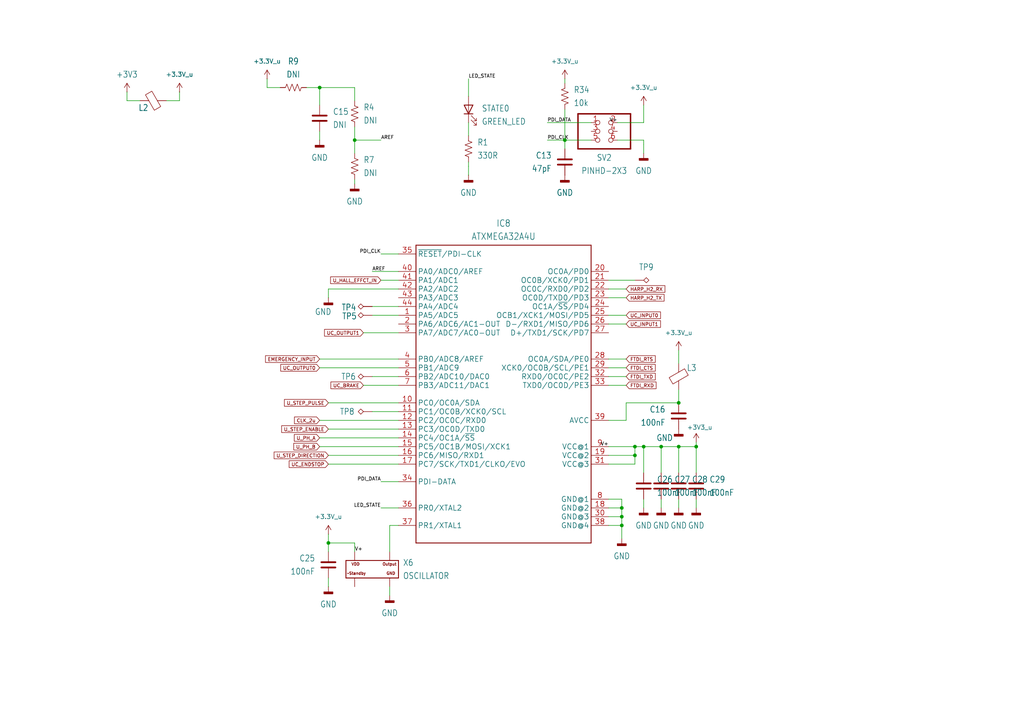
<source format=kicad_sch>
(kicad_sch (version 20250114) (generator "eeschema") (generator_version "9.0")
  (paper "A4")
  (lib_symbols
    (symbol "Connector:TestPoint_Alt" (pin_numbers (hide yes)) (pin_names (offset 0.762) (hide yes))
      (property "Reference" "TP" (at 0 6.858 0))
      (property "Value" "TestPoint_Alt" (at 0 5.08 0))
      (symbol "TestPoint_Alt_0_1"
        (polyline (pts (xy 0 2.54) (xy -0.762 3.302) (xy 0 4.064) (xy 0.762 3.302) (xy 0 2.54)))
      )
      (symbol "TestPoint_Alt_1_1"
        (pin passive line (at 0 0 90) (length 2.54) (name "1") (number "1"))
      )
    )
    (symbol "Device:C" (pin_numbers (hide yes)) (pin_names (offset 0.254))
      (property "Reference" "C" (at 0.635 2.54 0))
      (property "Value" "C" (at 0.635 -2.54 0))
      (symbol "C_0_1"
        (polyline (pts (xy -2.032 0.762) (xy 2.032 0.762)) (stroke (width 0.508)))
        (polyline (pts (xy -2.032 -0.762) (xy 2.032 -0.762)) (stroke (width 0.508)))
      )
      (symbol "C_1_1"
        (pin passive line (at 0 3.81 270) (length 2.794) (name "~") (number "1"))
        (pin passive line (at 0 -3.81 90) (length 2.794) (name "~") (number "2"))
      )
    )
    (symbol "Device:FerriteBead" (pin_numbers (hide yes)) (pin_names (offset 0))
      (property "Reference" "FB" (at -3.81 0.635 90))
      (property "Value" "FerriteBead" (at 3.81 0 90))
      (symbol "FerriteBead_0_1"
        (polyline (pts (xy -2.7686 0.4064) (xy -1.7018 2.2606) (xy 2.7686 -0.3048) (xy 1.6764 -2.159) (xy -2.7686 0.4064)))
        (polyline (pts (xy 0 1.27) (xy 0 1.2954)))
        (polyline (pts (xy 0 -1.27) (xy 0 -1.2192)))
      )
      (symbol "FerriteBead_1_1"
        (pin passive line (at 0 3.81 270) (length 2.54) (name "~") (number "1"))
        (pin passive line (at 0 -3.81 90) (length 2.54) (name "~") (number "2"))
      )
    )
    (symbol "Device:LED" (pin_numbers (hide yes)) (pin_names (offset 1.016) (hide yes))
      (property "Reference" "D" (at 0 2.54 0))
      (property "Value" "LED" (at 0 -2.54 0))
      (symbol "LED_0_1"
        (polyline (pts (xy -3.048 -0.762) (xy -4.572 -2.286) (xy -3.81 -2.286) (xy -4.572 -2.286) (xy -4.572 -1.524)))
        (polyline (pts (xy -1.778 -0.762) (xy -3.302 -2.286) (xy -2.54 -2.286) (xy -3.302 -2.286) (xy -3.302 -1.524)))
        (polyline (pts (xy -1.27 0) (xy 1.27 0)))
        (polyline (pts (xy -1.27 -1.27) (xy -1.27 1.27)) (stroke (width 0.254)))
        (polyline (pts (xy 1.27 -1.27) (xy 1.27 1.27) (xy -1.27 0) (xy 1.27 -1.27)) (stroke (width 0.254)))
      )
      (symbol "LED_1_1"
        (pin passive line (at -3.81 0 0) (length 2.54) (name "K") (number "1"))
        (pin passive line (at 3.81 0 180) (length 2.54) (name "A") (number "2"))
      )
    )
    (symbol "Device:R_US" (pin_numbers (hide yes)) (pin_names (offset 0))
      (property "Reference" "R" (at 2.54 0 90))
      (property "Value" "R_US" (at -2.54 0 90))
      (symbol "R_US_0_1"
        (polyline (pts (xy 0 2.286) (xy 0 2.54)))
        (polyline (pts (xy 0 2.286) (xy 1.016 1.905) (xy 0 1.524) (xy -1.016 1.143) (xy 0 0.762)))
        (polyline (pts (xy 0 0.762) (xy 1.016 0.381) (xy 0 0) (xy -1.016 -0.381) (xy 0 -0.762)))
        (polyline (pts (xy 0 -0.762) (xy 1.016 -1.143) (xy 0 -1.524) (xy -1.016 -1.905) (xy 0 -2.286)))
        (polyline (pts (xy 0 -2.286) (xy 0 -2.54)))
      )
      (symbol "R_US_1_1"
        (pin passive line (at 0 3.81 270) (length 1.27) (name "~") (number "1"))
        (pin passive line (at 0 -3.81 90) (length 1.27) (name "~") (number "2"))
      )
    )
    (symbol "FastStepper SymbLib:+3.3V_u" (power) (pin_numbers (hide yes)) (pin_names (offset 0) (hide yes))
      (property "Value" "+3.3V_u" (at 0 3.556 0))
      (symbol "+3.3V_u_0_1"
        (polyline (pts (xy -0.762 1.27) (xy 0 2.54)))
        (polyline (pts (xy 0 2.54) (xy 0.762 1.27)))
        (polyline (pts (xy 0 0) (xy 0 2.54)))
      )
      (symbol "+3.3V_u_1_1"
        (pin power_in line (at 0 0 90) (length 0) (name "~") (number "1"))
      )
    )
    (symbol "FastStepper SymbLib:OSCILLATOR"
      (property "Reference" "X" (at 10.16 0 0))
      (symbol "OSCILLATOR_1_0"
        (polyline (pts (xy -7.62 2.54) (xy 7.62 2.54)) (stroke (width 0.254)))
        (polyline (pts (xy -7.62 -2.54) (xy -7.62 2.54)) (stroke (width 0.254)))
        (polyline (pts (xy 7.62 2.54) (xy 7.62 -2.54)) (stroke (width 0.254)))
        (polyline (pts (xy 7.62 -2.54) (xy -7.62 -2.54)) (stroke (width 0.254)))
        (text "~Standby" (at -7.366 -1.651 0) (effects (font (size 0.8128 0.8128) (thickness 0.1626) (bold yes)) (justify left bottom)))
        (text "VDD" (at -6.096 1.016 0) (effects (font (size 0.8128 0.8128) (thickness 0.1626) (bold yes)) (justify left bottom)))
        (text "Output" (at 2.921 1.016 0) (effects (font (size 0.8128 0.8128) (thickness 0.1626) (bold yes)) (justify left bottom)))
        (text "GND" (at 4.064 -1.651 0) (effects (font (size 0.8128 0.8128) (thickness 0.1626) (bold yes)) (justify left bottom)))
        (pin passive line (at -5.08 5.08 270) (length 2.54) (name "VDD") (number "4"))
        (pin passive line (at -5.08 -5.08 90) (length 2.54) (name "STANDBY#") (number "1"))
        (pin passive line (at 5.08 5.08 270) (length 2.54) (name "OUTPUT") (number "3"))
        (pin passive line (at 5.08 -5.08 90) (length 2.54) (name "GND") (number "2"))
      )
    )
    (symbol "FastStepper SymbLib:PINHD-2X3"
      (property "Reference" "JP" (at -6.35 5.715 0))
      (symbol "PINHD-2X3_1_0"
        (polyline (pts (xy -6.35 5.08) (xy -6.35 -5.08)) (stroke (width 0.4064)))
        (polyline (pts (xy -6.35 -5.08) (xy 8.89 -5.08)) (stroke (width 0.4064)))
        (polyline (pts (xy 8.89 5.08) (xy -6.35 5.08)) (stroke (width 0.4064)))
        (polyline (pts (xy 8.89 -5.08) (xy 8.89 5.08)) (stroke (width 0.4064)))
        (pin passive inverted (at -2.54 2.54 0) (length 2.54) (name "1") (number "1"))
        (pin passive inverted (at -2.54 0 0) (length 2.54) (name "3") (number "3"))
        (pin passive inverted (at -2.54 -2.54 0) (length 2.54) (name "5") (number "5"))
        (pin passive inverted (at 5.08 2.54 180) (length 2.54) (name "2") (number "2"))
        (pin passive inverted (at 5.08 0 180) (length 2.54) (name "4") (number "4"))
        (pin passive inverted (at 5.08 -2.54 180) (length 2.54) (name "6") (number "6"))
      )
    )
    (symbol "FastStepper SymbLib:XMEGA-A4_AT-XMEGA-XXA4-AUTQFP44"
      (property "Reference" "IC" (at -25.4 44.45 0))
      (symbol "XMEGA-A4_AT-XMEGA-XXA4-AUTQFP44_1_0"
        (polyline (pts (xy -25.4 43.18) (xy 25.4 43.18)) (stroke (width 0.254)))
        (polyline (pts (xy -25.4 -43.18) (xy -25.4 43.18)) (stroke (width 0.254)))
        (polyline (pts (xy 25.4 43.18) (xy 25.4 -43.18)) (stroke (width 0.254)))
        (polyline (pts (xy 25.4 -43.18) (xy -25.4 -43.18)) (stroke (width 0.254)))
        (pin input line (at -30.48 40.64 0) (length 5.08) (name "~{RESET}/PDI-CLK") (number "35"))
        (pin bidirectional line (at -30.48 35.56 0) (length 5.08) (name "PA0/ADC0/AREF") (number "40"))
        (pin bidirectional line (at -30.48 33.02 0) (length 5.08) (name "PA1/ADC1") (number "41"))
        (pin bidirectional line (at -30.48 30.48 0) (length 5.08) (name "PA2/ADC2") (number "42"))
        (pin bidirectional line (at -30.48 27.94 0) (length 5.08) (name "PA3/ADC3") (number "43"))
        (pin bidirectional line (at -30.48 25.4 0) (length 5.08) (name "PA4/ADC4") (number "44"))
        (pin bidirectional line (at -30.48 22.86 0) (length 5.08) (name "PA5/ADC5") (number "1"))
        (pin bidirectional line (at -30.48 20.32 0) (length 5.08) (name "PA6/ADC6/AC1-OUT") (number "2"))
        (pin bidirectional line (at -30.48 17.78 0) (length 5.08) (name "PA7/ADC7/AC0-OUT") (number "3"))
        (pin bidirectional line (at -30.48 10.16 0) (length 5.08) (name "PB0/ADC8/AREF") (number "4"))
        (pin bidirectional line (at -30.48 7.62 0) (length 5.08) (name "PB1/ADC9") (number "5"))
        (pin bidirectional line (at -30.48 5.08 0) (length 5.08) (name "PB2/ADC10/DAC0") (number "6"))
        (pin bidirectional line (at -30.48 2.54 0) (length 5.08) (name "PB3/ADC11/DAC1") (number "7"))
        (pin bidirectional line (at -30.48 -2.54 0) (length 5.08) (name "PC0/OC0A/SDA") (number "10"))
        (pin bidirectional line (at -30.48 -5.08 0) (length 5.08) (name "PC1/OC0B/XCK0/SCL") (number "11"))
        (pin bidirectional line (at -30.48 -7.62 0) (length 5.08) (name "PC2/OC0C/RXD0") (number "12"))
        (pin bidirectional line (at -30.48 -10.16 0) (length 5.08) (name "PC3/OC0D/TXD0") (number "13"))
        (pin bidirectional line (at -30.48 -12.7 0) (length 5.08) (name "PC4/OC1A/~{SS}") (number "14"))
        (pin bidirectional line (at -30.48 -15.24 0) (length 5.08) (name "PC5/OC1B/MOSI/XCK1") (number "15"))
        (pin bidirectional line (at -30.48 -17.78 0) (length 5.08) (name "PC6/MISO/RXD1") (number "16"))
        (pin bidirectional line (at -30.48 -20.32 0) (length 5.08) (name "PC7/SCK/TXD1/CLKO/EVO") (number "17"))
        (pin bidirectional line (at -30.48 -25.4 0) (length 5.08) (name "PDI-DATA") (number "34"))
        (pin bidirectional line (at -30.48 -33.02 0) (length 5.08) (name "PR0/XTAL2") (number "36"))
        (pin bidirectional line (at -30.48 -38.1 0) (length 5.08) (name "PR1/XTAL1") (number "37"))
        (pin bidirectional line (at 30.48 35.56 180) (length 5.08) (name "OC0A/PD0") (number "20"))
        (pin bidirectional line (at 30.48 33.02 180) (length 5.08) (name "OC0B/XCK0/PD1") (number "21"))
        (pin bidirectional line (at 30.48 30.48 180) (length 5.08) (name "OC0C/RXD0/PD2") (number "22"))
        (pin bidirectional line (at 30.48 27.94 180) (length 5.08) (name "OC0D/TXD0/PD3") (number "23"))
        (pin bidirectional line (at 30.48 25.4 180) (length 5.08) (name "OC1A/~{SS}/PD4") (number "24"))
        (pin bidirectional line (at 30.48 22.86 180) (length 5.08) (name "OCB1/XCK1/MOSI/PD5") (number "25"))
        (pin bidirectional line (at 30.48 20.32 180) (length 5.08) (name "D-/RXD1/MISO/PD6") (number "26"))
        (pin bidirectional line (at 30.48 17.78 180) (length 5.08) (name "D+/TXD1/SCK/PD7") (number "27"))
        (pin bidirectional line (at 30.48 10.16 180) (length 5.08) (name "OC0A/SDA/PE0") (number "28"))
        (pin bidirectional line (at 30.48 7.62 180) (length 5.08) (name "XCK0/OC0B/SCL/PE1") (number "29"))
        (pin bidirectional line (at 30.48 5.08 180) (length 5.08) (name "RXD0/OC0C/PE2") (number "32"))
        (pin bidirectional line (at 30.48 2.54 180) (length 5.08) (name "TXD0/OC0D/PE3") (number "33"))
        (pin power_in line (at 30.48 -7.62 180) (length 5.08) (name "AVCC") (number "39"))
        (pin power_in line (at 30.48 -15.24 180) (length 5.08) (name "VCC@1") (number "9"))
        (pin power_in line (at 30.48 -17.78 180) (length 5.08) (name "VCC@2") (number "19"))
        (pin power_in line (at 30.48 -20.32 180) (length 5.08) (name "VCC@3") (number "31"))
        (pin power_in line (at 30.48 -30.48 180) (length 5.08) (name "GND@1") (number "8"))
        (pin power_in line (at 30.48 -33.02 180) (length 5.08) (name "GND@2") (number "18"))
        (pin power_in line (at 30.48 -35.56 180) (length 5.08) (name "GND@3") (number "30"))
        (pin power_in line (at 30.48 -38.1 180) (length 5.08) (name "GND@4") (number "38"))
      )
    )
    (symbol "power:+3V3" (power) (pin_numbers (hide yes)) (pin_names (offset 0) (hide yes))
      (property "Value" "+3V3" (at 0 3.556 0))
      (symbol "+3V3_0_1"
        (polyline (pts (xy -0.762 1.27) (xy 0 2.54)))
        (polyline (pts (xy 0 2.54) (xy 0.762 1.27)))
        (polyline (pts (xy 0 0) (xy 0 2.54)))
      )
      (symbol "+3V3_1_1"
        (pin power_in line (at 0 0 90) (length 0) (name "~") (number "1"))
      )
    )
    (symbol "power:+3V8" (power) (pin_numbers (hide yes)) (pin_names (offset 0) (hide yes))
      (property "Value" "+3V8" (at 0 3.556 0))
      (symbol "+3V8_0_1"
        (polyline (pts (xy -0.762 1.27) (xy 0 2.54)))
        (polyline (pts (xy 0 2.54) (xy 0.762 1.27)))
        (polyline (pts (xy 0 0) (xy 0 2.54)))
      )
      (symbol "+3V8_1_1"
        (pin power_in line (at 0 0 90) (length 0) (name "~") (number "1"))
      )
    )
    (symbol "power:GNDD" (power) (pin_numbers (hide yes)) (pin_names (offset 0) (hide yes))
      (property "Value" "GNDD" (at 0 -3.175 0))
      (symbol "GNDD_0_1"
        (rectangle (start -1.27 -1.524) (end 1.27 -2.032) (stroke (width 0.254)) (fill (type outline)))
        (polyline (pts (xy 0 0) (xy 0 -1.524)))
      )
      (symbol "GNDD_1_1"
        (pin power_in line (at 0 0 270) (length 0) (name "~") (number "1"))
      )
    )
  )
  (junction (at 180.34 152.4))
  (junction (at 163.83 40.64))
  (junction (at 184.15 132.08))
  (junction (at 191.77 129.54))
  (junction (at 95.25 157.48))
  (junction (at 196.85 129.54))
  (junction (at 92.71 25.4))
  (junction (at 196.85 116.84))
  (junction (at 201.93 129.54))
  (junction (at 180.34 149.86))
  (junction (at 186.69 129.54))
  (junction (at 180.34 147.32))
  (junction (at 184.15 129.54))
  (junction (at 102.87 40.64))
  (wire (pts (xy 163.83 31.75) (xy 163.83 40.64)) (stroke (width 0.1524)))
  (wire (pts (xy 196.85 102.87) (xy 196.85 105.41)) (stroke (width 0.1524)))
  (wire (pts (xy 115.57 73.66) (xy 110.49 73.66)) (stroke (width 0.1524)))
  (wire (pts (xy 191.77 144.78) (xy 191.77 147.32)) (stroke (width 0.1524)))
  (wire (pts (xy 176.53 86.36) (xy 181.61 86.36)) (stroke (width 0.1524)))
  (wire (pts (xy 107.95 109.22) (xy 115.57 109.22)) (stroke (width 0.1524)))
  (wire (pts (xy 181.61 81.28) (xy 184.15 81.28)))
  (wire (pts (xy 135.89 48.26) (xy 135.89 50.8)) (stroke (width 0.1524)))
  (wire (pts (xy 115.57 139.7) (xy 110.49 139.7)) (stroke (width 0.1524)))
  (wire (pts (xy 115.57 96.52) (xy 105.41 96.52)) (stroke (width 0.1524)))
  (wire (pts (xy 176.53 104.14) (xy 181.61 104.14)) (stroke (width 0.1524)))
  (wire (pts (xy 115.57 129.54) (xy 92.71 129.54)) (stroke (width 0.1524)))
  (wire (pts (xy 115.57 116.84) (xy 95.25 116.84)) (stroke (width 0.1524)))
  (wire (pts (xy 163.83 40.64) (xy 171.45 40.64)) (stroke (width 0.1524)))
  (wire (pts (xy 36.83 29.21) (xy 40.64 29.21)) (stroke (width 0.1524)))
  (wire (pts (xy 95.25 170.18) (xy 95.25 167.64)) (stroke (width 0.1524)))
  (wire (pts (xy 176.53 81.28) (xy 181.61 81.28)) (stroke (width 0.1524)))
  (wire (pts (xy 135.89 22.86) (xy 135.89 27.94)) (stroke (width 0.1524)))
  (wire (pts (xy 115.57 152.4) (xy 113.03 152.4)) (stroke (width 0.1524)))
  (wire (pts (xy 102.87 43.18) (xy 102.87 40.64)) (stroke (width 0.1524)))
  (wire (pts (xy 196.85 113.03) (xy 196.85 116.84)) (stroke (width 0.1524)))
  (wire (pts (xy 52.07 26.67) (xy 52.07 29.21)))
  (wire (pts (xy 95.25 132.08) (xy 115.57 132.08)) (stroke (width 0.1524)))
  (wire (pts (xy 115.57 124.46) (xy 95.25 124.46)) (stroke (width 0.1524)))
  (wire (pts (xy 176.53 147.32) (xy 180.34 147.32)) (stroke (width 0.1524)))
  (wire (pts (xy 48.26 29.21) (xy 52.07 29.21)) (stroke (width 0.1524)))
  (wire (pts (xy 102.87 43.18) (xy 102.87 44.45)))
  (wire (pts (xy 176.53 91.44) (xy 181.61 91.44)) (stroke (width 0.1524)))
  (wire (pts (xy 102.87 157.48) (xy 95.25 157.48)) (stroke (width 0.1524)))
  (wire (pts (xy 107.95 119.38) (xy 115.57 119.38)) (stroke (width 0.1524)))
  (wire (pts (xy 88.9 25.4) (xy 92.71 25.4)) (stroke (width 0.1524)))
  (wire (pts (xy 186.69 144.78) (xy 186.69 147.32)) (stroke (width 0.1524)))
  (wire (pts (xy 176.53 129.54) (xy 184.15 129.54)) (stroke (width 0.1524)))
  (wire (pts (xy 176.53 132.08) (xy 184.15 132.08)) (stroke (width 0.1524)))
  (wire (pts (xy 184.15 134.62) (xy 184.15 132.08)) (stroke (width 0.1524)))
  (wire (pts (xy 163.83 22.86) (xy 163.83 24.13)) (stroke (width 0.1524)))
  (wire (pts (xy 95.25 83.82) (xy 95.25 86.36)))
  (wire (pts (xy 176.53 149.86) (xy 180.34 149.86)) (stroke (width 0.1524)))
  (wire (pts (xy 107.95 88.9) (xy 115.57 88.9)) (stroke (width 0.1524)))
  (wire (pts (xy 179.07 40.64) (xy 186.69 40.64)) (stroke (width 0.1524)))
  (wire (pts (xy 179.07 35.56) (xy 186.69 35.56)) (stroke (width 0.1524)))
  (wire (pts (xy 184.15 129.54) (xy 186.69 129.54)) (stroke (width 0.1524)))
  (wire (pts (xy 186.69 137.16) (xy 186.69 129.54)) (stroke (width 0.1524)))
  (wire (pts (xy 115.57 106.68) (xy 92.71 106.68)) (stroke (width 0.1524)))
  (wire (pts (xy 186.69 129.54) (xy 191.77 129.54)) (stroke (width 0.1524)))
  (wire (pts (xy 201.93 144.78) (xy 201.93 147.32)) (stroke (width 0.1524)))
  (wire (pts (xy 77.47 25.4) (xy 81.28 25.4)) (stroke (width 0.1524)))
  (wire (pts (xy 102.87 52.07) (xy 102.87 53.34)))
  (wire (pts (xy 115.57 104.14) (xy 92.71 104.14)) (stroke (width 0.1524)))
  (wire (pts (xy 181.61 116.84) (xy 181.61 121.92)) (stroke (width 0.1524)))
  (wire (pts (xy 92.71 30.48) (xy 92.71 25.4)) (stroke (width 0.1524)))
  (wire (pts (xy 176.53 144.78) (xy 180.34 144.78)) (stroke (width 0.1524)))
  (wire (pts (xy 115.57 78.74) (xy 107.95 78.74)) (stroke (width 0.1524)))
  (wire (pts (xy 77.47 25.4) (xy 77.47 22.86)) (stroke (width 0.1524)))
  (wire (pts (xy 115.57 121.92) (xy 92.71 121.92)) (stroke (width 0.1524)))
  (wire (pts (xy 36.83 26.67) (xy 36.83 29.21)) (stroke (width 0.1524)))
  (wire (pts (xy 191.77 129.54) (xy 196.85 129.54)) (stroke (width 0.1524)))
  (wire (pts (xy 186.69 35.56) (xy 186.69 30.48)) (stroke (width 0.1524)))
  (wire (pts (xy 180.34 144.78) (xy 180.34 147.32)) (stroke (width 0.1524)))
  (wire (pts (xy 92.71 25.4) (xy 102.87 25.4)) (stroke (width 0.1524)))
  (wire (pts (xy 176.53 106.68) (xy 181.61 106.68)) (stroke (width 0.1524)))
  (wire (pts (xy 102.87 36.83) (xy 102.87 40.64)) (stroke (width 0.1524)))
  (wire (pts (xy 201.93 129.54) (xy 201.93 137.16)) (stroke (width 0.1524)))
  (wire (pts (xy 180.34 147.32) (xy 180.34 149.86)) (stroke (width 0.1524)))
  (wire (pts (xy 92.71 40.64) (xy 92.71 38.1)) (stroke (width 0.1524)))
  (wire (pts (xy 196.85 129.54) (xy 196.85 137.16)) (stroke (width 0.1524)))
  (wire (pts (xy 135.89 35.56) (xy 135.89 39.37)) (stroke (width 0.1524)))
  (wire (pts (xy 180.34 152.4) (xy 180.34 156.21)) (stroke (width 0.1524)))
  (wire (pts (xy 196.85 144.78) (xy 196.85 147.32)) (stroke (width 0.1524)))
  (wire (pts (xy 171.45 35.56) (xy 158.75 35.56)) (stroke (width 0.1524)))
  (wire (pts (xy 176.53 134.62) (xy 184.15 134.62)) (stroke (width 0.1524)))
  (wire (pts (xy 115.57 127) (xy 92.71 127)) (stroke (width 0.1524)))
  (wire (pts (xy 113.03 160.02) (xy 113.03 152.4)) (stroke (width 0.1524)))
  (wire (pts (xy 115.57 83.82) (xy 95.25 83.82)) (stroke (width 0.1524)))
  (wire (pts (xy 196.85 102.87) (xy 196.85 101.6)))
  (wire (pts (xy 186.69 40.64) (xy 186.69 41.91)) (stroke (width 0.1524)))
  (wire (pts (xy 180.34 149.86) (xy 180.34 152.4)) (stroke (width 0.1524)))
  (wire (pts (xy 102.87 40.64) (xy 110.49 40.64)) (stroke (width 0.1524)))
  (wire (pts (xy 102.87 25.4) (xy 102.87 29.21)) (stroke (width 0.1524)))
  (wire (pts (xy 176.53 152.4) (xy 180.34 152.4)) (stroke (width 0.1524)))
  (wire (pts (xy 201.93 129.54) (xy 201.93 128.27)) (stroke (width 0.1524)))
  (wire (pts (xy 115.57 111.76) (xy 105.41 111.76)) (stroke (width 0.1524)))
  (wire (pts (xy 158.75 40.64) (xy 163.83 40.64)) (stroke (width 0.1524)))
  (wire (pts (xy 176.53 109.22) (xy 181.61 109.22)) (stroke (width 0.1524)))
  (wire (pts (xy 181.61 121.92) (xy 176.53 121.92)) (stroke (width 0.1524)))
  (wire (pts (xy 107.95 91.44) (xy 115.57 91.44)) (stroke (width 0.1524)))
  (wire (pts (xy 186.69 41.91) (xy 186.69 44.45)))
  (wire (pts (xy 102.87 160.02) (xy 102.87 157.48)) (stroke (width 0.1524)))
  (wire (pts (xy 196.85 129.54) (xy 201.93 129.54)) (stroke (width 0.1524)))
  (wire (pts (xy 95.25 157.48) (xy 95.25 160.02)) (stroke (width 0.1524)))
  (wire (pts (xy 115.57 147.32) (xy 110.49 147.32)) (stroke (width 0.1524)))
  (wire (pts (xy 115.57 134.62) (xy 95.25 134.62)) (stroke (width 0.1524)))
  (wire (pts (xy 191.77 137.16) (xy 191.77 129.54)) (stroke (width 0.1524)))
  (wire (pts (xy 176.53 83.82) (xy 181.61 83.82)) (stroke (width 0.1524)))
  (wire (pts (xy 184.15 132.08) (xy 184.15 129.54)) (stroke (width 0.1524)))
  (wire (pts (xy 110.49 81.28) (xy 115.57 81.28)))
  (wire (pts (xy 113.03 172.72) (xy 113.03 170.18)) (stroke (width 0.1524)))
  (wire (pts (xy 135.89 46.99) (xy 135.89 48.26)))
  (wire (pts (xy 95.25 157.48) (xy 95.25 154.94)) (stroke (width 0.1524)))
  (wire (pts (xy 176.53 111.76) (xy 181.61 111.76)) (stroke (width 0.1524)))
  (wire (pts (xy 163.83 43.18) (xy 163.83 40.64)) (stroke (width 0.1524)))
  (wire (pts (xy 176.53 93.98) (xy 181.61 93.98)) (stroke (width 0.1524)))
  (wire (pts (xy 196.85 116.84) (xy 181.61 116.84)) (stroke (width 0.1524)))
  (label "AREF" (at 110.49 40.64 0) (effects (font (size 0.9957 0.9957))))
  (label "PDI_CLK" (at 158.75 40.64 0) (effects (font (size 0.9957 0.9957))))
  (label "V+" (at 102.87 160.02 0) (effects (font (size 1.016 1.016))))
  (label "V+" (at 179.07 35.56 180) (effects (font (size 1.016 1.016))))
  (label "AREF" (at 107.95 78.74 0) (effects (font (size 0.9957 0.9957))))
  (label "LED_STATE" (at 110.49 147.32 180) (effects (font (size 0.9957 0.9957))))
  (label "PDI_DATA" (at 158.75 35.56 0) (effects (font (size 0.9957 0.9957))))
  (label "PDI_CLK" (at 110.49 73.66 180) (effects (font (size 0.9957 0.9957))))
  (label "V+" (at 176.53 129.54 180) (effects (font (size 1.016 1.016))))
  (label "PDI_DATA" (at 110.49 139.7 180) (effects (font (size 0.9957 0.9957))))
  (label "LED_STATE" (at 135.89 22.86 0) (effects (font (size 0.9957 0.9957))))
  (global_label "CLK_2u" (shape input) (at 92.71 121.92 180) (effects (font (size 0.9957 0.9957))) (property "Intersheetrefs" "${INTERSHEET_REFS}" (effects (hide yes))))
  (global_label "FTDI_RTS" (shape input) (at 181.61 104.14 0) (effects (font (size 0.9957 0.9957))) (property "Intersheetrefs" "${INTERSHEET_REFS}" (effects (hide yes))))
  (global_label "U_PH_A" (shape input) (at 92.71 127 180) (effects (font (size 0.9957 0.9957))) (property "Intersheetrefs" "${INTERSHEET_REFS}" (effects (hide yes))))
  (global_label "UC_OUTPUT1" (shape input) (at 105.41 96.52 180) (effects (font (size 0.9957 0.9957))) (property "Intersheetrefs" "${INTERSHEET_REFS}" (effects (hide yes))))
  (global_label "FTDI_TXD" (shape input) (at 181.61 109.22 0) (effects (font (size 0.9957 0.9957))) (property "Intersheetrefs" "${INTERSHEET_REFS}" (effects (hide yes))))
  (global_label "U_PH_B" (shape input) (at 92.71 129.54 180) (effects (font (size 0.9957 0.9957))) (property "Intersheetrefs" "${INTERSHEET_REFS}" (effects (hide yes))))
  (global_label "EMERGENCY_INPUT" (shape input) (at 92.71 104.14 180) (effects (font (size 0.9957 0.9957))) (property "Intersheetrefs" "${INTERSHEET_REFS}" (effects (hide yes))))
  (global_label "UC_OUTPUT0" (shape input) (at 92.71 106.68 180) (effects (font (size 0.9957 0.9957))) (property "Intersheetrefs" "${INTERSHEET_REFS}" (effects (hide yes))))
  (global_label "HARP_H2_RX" (shape input) (at 181.61 83.82 0) (effects (font (size 0.9957 0.9957))) (property "Intersheetrefs" "${INTERSHEET_REFS}" (effects (hide yes))))
  (global_label "HARP_H2_TX" (shape input) (at 181.61 86.36 0) (effects (font (size 0.9957 0.9957))) (property "Intersheetrefs" "${INTERSHEET_REFS}" (effects (hide yes))))
  (global_label "U_STEP_DIRECTION" (shape input) (at 95.25 132.08 180) (effects (font (size 0.9957 0.9957))) (property "Intersheetrefs" "${INTERSHEET_REFS}" (effects (hide yes))))
  (global_label "UC_INPUT0" (shape input) (at 181.61 91.44 0) (effects (font (size 0.9957 0.9957))) (property "Intersheetrefs" "${INTERSHEET_REFS}" (effects (hide yes))))
  (global_label "UC_ENDSTOP" (shape input) (at 95.25 134.62 180) (effects (font (size 0.9957 0.9957))) (property "Intersheetrefs" "${INTERSHEET_REFS}" (effects (hide yes))))
  (global_label "U_HALL_EFFCT_IN" (shape input) (at 110.49 81.28 180) (effects (font (size 0.9957 0.9957))) (property "Intersheetrefs" "${INTERSHEET_REFS}" (effects (hide yes))))
  (global_label "UC_BRAKE" (shape input) (at 105.41 111.76 180) (effects (font (size 0.9957 0.9957))) (property "Intersheetrefs" "${INTERSHEET_REFS}" (effects (hide yes))))
  (global_label "FTDI_RXD" (shape input) (at 181.61 111.76 0) (effects (font (size 0.9957 0.9957))) (property "Intersheetrefs" "${INTERSHEET_REFS}" (effects (hide yes))))
  (global_label "U_STEP_ENABLE" (shape input) (at 95.25 124.46 180) (effects (font (size 0.9957 0.9957))) (property "Intersheetrefs" "${INTERSHEET_REFS}" (effects (hide yes))))
  (global_label "UC_INPUT1" (shape input) (at 181.61 93.98 0) (effects (font (size 0.9957 0.9957))) (property "Intersheetrefs" "${INTERSHEET_REFS}" (effects (hide yes))))
  (global_label "FTDI_CTS" (shape input) (at 181.61 106.68 0) (effects (font (size 0.9957 0.9957))) (property "Intersheetrefs" "${INTERSHEET_REFS}" (effects (hide yes))))
  (global_label "U_STEP_PULSE" (shape input) (at 95.25 116.84 180) (effects (font (size 0.9957 0.9957))) (property "Intersheetrefs" "${INTERSHEET_REFS}" (effects (hide yes))))
  (symbol (lib_id "Device:R_US") (at 135.89 43.18 180) (unit 1)
    (property "Reference" "R1" (at 138.43 41.275 0) (effects (font (size 1.778 1.5113)) (justify right)))
    (property "Value" "330R" (at 138.43 45.085 0) (effects (font (size 1.778 1.5113)) (justify right)))
    (property "Footprint" "Resistor_SMD:R_0402_1005Metric" (effects (hide yes)))
    (property "MPN" "RC0402FR-07330RL" (effects (hide yes)))
    (property "OEPS" "OEPS020037" (effects (hide yes)))
  )
  (symbol (lib_id "Device:C") (at 186.69 140.97 0) (mirror y) (unit 1)
    (property "Reference" "C26" (at 190.5 139.065 0) (effects (font (size 1.778 1.5113)) (justify right)))
    (property "Value" "100nF" (at 190.5 142.875 0) (effects (font (size 1.778 1.5113)) (justify right)))
    (property "Footprint" "Capacitor_SMD:C_0402_1005Metric" (effects (hide yes)))
    (property "MPN" "C1005X7R1H104K050BB" (effects (hide yes)))
    (property "OEPS" "OEPS010004" (effects (hide yes)))
  )
  (symbol (lib_id "FastStepper SymbLib:+3.3V_u") (at 95.25 154.94 0) (unit 1)
    (property "Reference" "#PWR04" (effects (hide yes)))
    (property "Value" "+3.3V_u" (at 95.25 149.86 0))
    (property "Description" "Power symbol creates a global label with name \"+3.3V_u\"" (effects (hide yes)))
  )
  (symbol (lib_id "power:GNDD") (at 186.69 44.45 0) (unit 1)
    (property "Reference" "#GND65" (effects (hide yes)))
    (property "Value" "GND" (at 186.69 49.53 0) (effects (font (size 1.778 1.5113))))
  )
  (symbol (lib_id "power:GNDD") (at 113.03 172.72 0) (mirror y) (unit 1)
    (property "Reference" "#GND18" (effects (hide yes)))
    (property "Value" "GND" (at 113.03 177.8 0) (effects (font (size 1.778 1.5113))))
  )
  (symbol (lib_id "FastStepper SymbLib:+3.3V_u") (at 196.85 101.6 0) (unit 1)
    (property "Reference" "#PWR03" (effects (hide yes)))
    (property "Value" "+3.3V_u" (at 196.85 96.52 0))
    (property "Description" "Power symbol creates a global label with name \"+3.3V_u\"" (effects (hide yes)))
  )
  (symbol (lib_id "power:GNDD") (at 95.25 170.18 0) (mirror y) (unit 1)
    (property "Reference" "#GND124" (effects (hide yes)))
    (property "Value" "GND" (at 95.25 175.26 0) (effects (font (size 1.778 1.5113))))
  )
  (symbol (lib_id "Device:LED") (at 135.89 31.75 90) (unit 1)
    (property "Reference" "STATE0" (at 139.7 31.4325 90) (effects (font (size 1.778 1.5113)) (justify right)))
    (property "Value" "GREEN_LED" (at 139.7 35.2425 90) (effects (font (size 1.778 1.5113)) (justify right)))
    (property "Footprint" "LED_SMD:LED_0603_1608Metric" (effects (hide yes)))
    (property "MPN" "LTST-C191KGKT" (effects (hide yes)))
    (property "OEPS" "OEPS030005" (effects (hide yes)))
  )
  (symbol (lib_id "power:GNDD") (at 196.85 124.46 0) (mirror y) (unit 1)
    (property "Reference" "#GND36" (effects (hide yes)))
    (property "Value" "GND" (at 192.786 127 0) (effects (font (size 1.778 1.5113))))
  )
  (symbol (lib_id "FastStepper SymbLib:XMEGA-A4_AT-XMEGA-XXA4-AUTQFP44") (at 146.05 114.3 0) (unit 1)
    (property "Reference" "IC8" (at 146.05 64.77 0) (effects (font (size 1.9304 1.6408))))
    (property "Value" "ATXMEGA32A4U" (at 146.05 68.58 0) (effects (font (size 1.9304 1.6408))))
    (property "Footprint" "Package_QFP:TQFP-44_10x10mm_P0.8mm" (effects (hide yes)))
    (property "MPN" "ATXMEGA32A4U-AUR" (effects (hide yes)))
    (property "OEPS" "OEPS080012" (effects (hide yes)))
  )
  (symbol (lib_id "power:GNDD") (at 163.83 50.8 0) (unit 1)
    (property "Reference" "#GND123" (effects (hide yes)))
    (property "Value" "GND" (at 163.83 55.88 0) (effects (font (size 1.778 1.5113))))
  )
  (symbol (lib_id "power:GNDD") (at 102.87 53.34 0) (mirror y) (unit 1)
    (property "Reference" "#GND13" (effects (hide yes)))
    (property "Value" "GND" (at 102.87 58.42 0) (effects (font (size 1.778 1.5113))))
  )
  (symbol (lib_id "power:GNDD") (at 95.25 86.36 0) (mirror y) (unit 1)
    (property "Reference" "#GND37" (effects (hide yes)))
    (property "Value" "GND" (at 93.726 90.424 0) (effects (font (size 1.778 1.5113))))
  )
  (symbol (lib_id "Connector:TestPoint_Alt") (at 107.95 88.9 90) (mirror x) (unit 1)
    (property "Reference" "TP4" (at 103.378 89.154 90) (effects (font (size 1.778 1.5113)) (justify left)))
    (property "Value" "NO_COMPONENT" (effects (hide yes)))
    (property "Footprint" "TestPoint:TestPoint_THTPad_D1.0mm_Drill0.5mm" (effects (hide yes)))
  )
  (symbol (lib_id "FastStepper SymbLib:+3.3V_u") (at 77.47 22.86 0) (unit 1)
    (property "Reference" "#PWR07" (effects (hide yes)))
    (property "Value" "+3.3V_u" (at 77.47 17.78 0))
    (property "Description" "Power symbol creates a global label with name \"+3.3V_u\"" (effects (hide yes)))
  )
  (symbol (lib_id "Device:C") (at 92.71 34.29 0) (mirror y) (unit 1)
    (property "Reference" "C15" (at 96.52 32.385 0) (effects (font (size 1.778 1.5113)) (justify right)))
    (property "Value" "DNI" (at 96.52 36.195 0) (effects (font (size 1.778 1.5113)) (justify right)))
    (property "Footprint" "Capacitor_SMD:C_0603_1608Metric" (effects (hide yes)))
    (property "MPN" "DNI" (effects (hide yes)))
    (property "OEPS" "DNI" (effects (hide yes)))
  )
  (symbol (lib_id "power:GNDD") (at 186.69 147.32 0) (mirror y) (unit 1)
    (property "Reference" "#GND126" (effects (hide yes)))
    (property "Value" "GND" (at 186.69 152.4 0) (effects (font (size 1.778 1.5113))))
  )
  (symbol (lib_id "power:GNDD") (at 135.89 50.8 0) (mirror y) (unit 1)
    (property "Reference" "#GND29" (effects (hide yes)))
    (property "Value" "GND" (at 135.89 55.88 0) (effects (font (size 1.778 1.5113))))
  )
  (symbol (lib_id "Device:C") (at 95.25 163.83 0) (mirror y) (unit 1)
    (property "Reference" "C25" (at 91.44 161.925 0) (effects (font (size 1.778 1.5113)) (justify left)))
    (property "Value" "100nF" (at 91.44 165.735 0) (effects (font (size 1.778 1.5113)) (justify left)))
    (property "Footprint" "Capacitor_SMD:C_0402_1005Metric" (effects (hide yes)))
    (property "MPN" "C1005X7R1H104K050BB" (effects (hide yes)))
    (property "OEPS" "OEPS010004" (effects (hide yes)))
  )
  (symbol (lib_id "Device:R_US") (at 102.87 48.26 180) (unit 1)
    (property "Reference" "R7" (at 105.41 46.355 0) (effects (font (size 1.778 1.5113)) (justify right)))
    (property "Value" "DNI" (at 105.41 50.165 0) (effects (font (size 1.778 1.5113)) (justify right)))
    (property "Footprint" "Resistor_SMD:R_0402_1005Metric" (effects (hide yes)))
    (property "MPN" "DNI" (effects (hide yes)))
    (property "OEPS" "DNI" (effects (hide yes)))
  )
  (symbol (lib_id "Device:C") (at 163.83 46.99 0) (unit 1)
    (property "Reference" "C13" (at 160.02 45.085 0) (effects (font (size 1.778 1.5113)) (justify right)))
    (property "Value" "47pF" (at 160.02 48.895 0) (effects (font (size 1.778 1.5113)) (justify right)))
    (property "Footprint" "Capacitor_SMD:C_0402_1005Metric" (effects (hide yes)))
    (property "MPN" "04025A470JAT2A" (effects (hide yes)))
    (property "OEPS" "OEPS010011" (effects (hide yes)))
  )
  (symbol (lib_id "Connector:TestPoint_Alt") (at 107.95 91.44 90) (mirror x) (unit 1)
    (property "Reference" "TP5" (at 101.346 91.694 90) (effects (font (size 1.778 1.5113))))
    (property "Value" "NO_COMPONENT" (effects (hide yes)))
    (property "Footprint" "TestPoint:TestPoint_THTPad_D1.0mm_Drill0.5mm" (effects (hide yes)))
  )
  (symbol (lib_id "Device:R_US") (at 163.83 27.94 0) (mirror y) (unit 1)
    (property "Reference" "R34" (at 166.37 26.035 0) (effects (font (size 1.778 1.5113)) (justify right)))
    (property "Value" "10k" (at 166.37 29.845 0) (effects (font (size 1.778 1.5113)) (justify right)))
    (property "Footprint" "Resistor_SMD:R_0402_1005Metric" (effects (hide yes)))
    (property "MPN" "CRCW040210K0FKED" (effects (hide yes)))
    (property "OEPS" "OEPS020030" (effects (hide yes)))
  )
  (symbol (lib_id "Device:R_US") (at 85.09 25.4 270) (unit 1)
    (property "Reference" "R9" (at 85.09 17.78 90) (effects (font (size 1.778 1.5113))))
    (property "Value" "DNI" (at 85.09 21.59 90) (effects (font (size 1.778 1.5113))))
    (property "Footprint" "Resistor_SMD:R_0402_1005Metric" (effects (hide yes)))
    (property "MPN" "DNI" (effects (hide yes)))
    (property "OEPS" "DNI" (effects (hide yes)))
  )
  (symbol (lib_id "power:GNDD") (at 180.34 156.21 0) (mirror y) (unit 1)
    (property "Reference" "#GND20" (effects (hide yes)))
    (property "Value" "GND" (at 180.34 161.29 0) (effects (font (size 1.778 1.5113))))
  )
  (symbol (lib_id "Connector:TestPoint_Alt") (at 107.95 119.38 90) (mirror x) (unit 1)
    (property "Reference" "TP8" (at 102.87 119.38 90) (effects (font (size 1.778 1.5113)) (justify left)))
    (property "Value" "NO_COMPONENT" (effects (hide yes)))
    (property "Footprint" "TestPoint:TestPoint_THTPad_D1.0mm_Drill0.5mm" (effects (hide yes)))
  )
  (symbol (lib_id "Device:C") (at 201.93 140.97 0) (mirror y) (unit 1)
    (property "Reference" "C29" (at 205.74 139.065 0) (effects (font (size 1.778 1.5113)) (justify right)))
    (property "Value" "100nF" (at 205.74 142.875 0) (effects (font (size 1.778 1.5113)) (justify right)))
    (property "Footprint" "Capacitor_SMD:C_0402_1005Metric" (effects (hide yes)))
    (property "MPN" "C1005X7R1H104K050BB" (effects (hide yes)))
    (property "OEPS" "OEPS010004" (effects (hide yes)))
  )
  (symbol (lib_id "Device:FerriteBead") (at 44.45 29.21 90) (mirror x) (unit 1)
    (property "Reference" "L2" (at 40.132 31.242 90) (effects (font (size 1.778 1.5113)) (justify right)))
    (property "Value" "40R@100MHz" (effects (hide yes)))
    (property "Footprint" "Resistor_SMD:R_0805_2012Metric" (effects (hide yes)))
    (property "MPN" "MI0805K400R-10" (effects (hide yes)))
    (property "OEPS" "OEPS040003" (effects (hide yes)))
  )
  (symbol (lib_id "power:+3V8") (at 201.93 128.27 0) (unit 1)
    (property "Reference" "#PWR02" (effects (hide yes)))
    (property "Value" "+3V3_u" (at 202.946 123.952 0))
    (property "Description" "Power symbol creates a global label with name \"+3V3_u\"" (effects (hide yes)))
  )
  (symbol (lib_id "power:GNDD") (at 92.71 40.64 0) (mirror y) (unit 1)
    (property "Reference" "#GND24" (effects (hide yes)))
    (property "Value" "GND" (at 92.71 45.72 0) (effects (font (size 1.778 1.5113))))
  )
  (symbol (lib_id "power:GNDD") (at 191.77 147.32 0) (mirror y) (unit 1)
    (property "Reference" "#GND127" (effects (hide yes)))
    (property "Value" "GND" (at 191.77 152.4 0) (effects (font (size 1.778 1.5113))))
  )
  (symbol (lib_id "FastStepper SymbLib:PINHD-2X3") (at 173.99 38.1 0) (unit 1)
    (property "Reference" "SV2" (at 175.26 45.72 0) (effects (font (size 1.778 1.5113))))
    (property "Value" "PINHD-2X3" (at 175.26 49.53 0) (effects (font (size 1.778 1.5113))))
    (property "Footprint" "Connector_PinHeader_2.54mm:PinHeader_2x03_P2.54mm_Vertical" (effects (hide yes)))
    (property "MPN" "609-3210-ND" (effects (hide yes)))
    (property "OEPS" "OEPS070015" (effects (hide yes)))
  )
  (symbol (lib_id "Connector:TestPoint_Alt") (at 107.95 109.22 90) (mirror x) (unit 1)
    (property "Reference" "TP6" (at 101.092 109.22 90) (effects (font (size 1.778 1.5113))))
    (property "Value" "NO_COMPONENT" (effects (hide yes)))
    (property "Footprint" "TestPoint:TestPoint_THTPad_D1.0mm_Drill0.5mm" (effects (hide yes)))
  )
  (symbol (lib_id "FastStepper SymbLib:OSCILLATOR") (at 107.95 165.1 0) (unit 1)
    (property "Reference" "X6" (at 116.84 163.195 0) (effects (font (size 1.778 1.5113)) (justify left)))
    (property "Value" "OSCILLATOR" (at 116.84 167.005 0) (effects (font (size 1.778 1.5113)) (justify left)))
    (property "Footprint" "Oscillator:Oscillator_SMD_Abracon_ASE-4Pin_3.2x2.5mm" (effects (hide yes)))
    (property "Description" "XTAL OSC TCXO 32.0000MHZ HCMOS" (effects (hide yes)))
    (property "MPN" "DSC1001CI5-032.0000" (effects (hide yes)))
    (property "OEPS" "OEPS080018" (effects (hide yes)))
  )
  (symbol (lib_id "Connector:TestPoint_Alt") (at 184.15 81.28 270) (mirror x) (unit 1)
    (property "Reference" "TP9" (at 187.452 77.47 90) (effects (font (size 1.778 1.5113))))
    (property "Value" "NO_COMPONENT" (effects (hide yes)))
    (property "Footprint" "TestPoint:TestPoint_THTPad_D1.0mm_Drill0.5mm" (effects (hide yes)))
  )
  (symbol (lib_id "Device:C") (at 196.85 140.97 0) (mirror y) (unit 1)
    (property "Reference" "C28" (at 200.66 139.065 0) (effects (font (size 1.778 1.5113)) (justify right)))
    (property "Value" "100nF" (at 200.66 142.875 0) (effects (font (size 1.778 1.5113)) (justify right)))
    (property "Footprint" "Capacitor_SMD:C_0402_1005Metric" (effects (hide yes)))
    (property "MPN" "C1005X7R1H104K050BB" (effects (hide yes)))
    (property "OEPS" "OEPS010004" (effects (hide yes)))
  )
  (symbol (lib_id "power:+3V3") (at 36.83 26.67 0) (unit 1)
    (property "Reference" "#+3V011" (effects (hide yes)))
    (property "Value" "+3V3" (at 36.83 21.59 0) (effects (font (size 1.778 1.5113))))
  )
  (symbol (lib_id "FastStepper SymbLib:+3.3V_u") (at 186.69 30.48 0) (unit 1)
    (property "Reference" "#PWR05" (effects (hide yes)))
    (property "Value" "+3.3V_u" (at 186.69 25.4 0))
    (property "Description" "Power symbol creates a global label with name \"+3.3V_u\"" (effects (hide yes)))
  )
  (symbol (lib_id "FastStepper SymbLib:+3.3V_u") (at 52.07 26.67 0) (unit 1)
    (property "Reference" "#PWR011" (effects (hide yes)))
    (property "Value" "+3.3V_u" (at 52.07 21.59 0))
    (property "Description" "Power symbol creates a global label with name \"+3.3V_u\"" (effects (hide yes)))
  )
  (symbol (lib_id "power:GNDD") (at 201.93 147.32 0) (mirror y) (unit 1)
    (property "Reference" "#GND41" (effects (hide yes)))
    (property "Value" "GND" (at 201.93 152.4 0) (effects (font (size 1.778 1.5113))))
  )
  (symbol (lib_id "Device:R_US") (at 102.87 33.02 180) (unit 1)
    (property "Reference" "R4" (at 105.41 31.115 0) (effects (font (size 1.778 1.5113)) (justify right)))
    (property "Value" "DNI" (at 105.41 34.925 0) (effects (font (size 1.778 1.5113)) (justify right)))
    (property "Footprint" "Resistor_SMD:R_0402_1005Metric" (effects (hide yes)))
    (property "MPN" "DNI" (effects (hide yes)))
    (property "OEPS" "DNI" (effects (hide yes)))
  )
  (symbol (lib_id "Device:C") (at 191.77 140.97 0) (mirror y) (unit 1)
    (property "Reference" "C27" (at 195.58 139.065 0) (effects (font (size 1.778 1.5113)) (justify right)))
    (property "Value" "100nF" (at 195.58 142.875 0) (effects (font (size 1.778 1.5113)) (justify right)))
    (property "Footprint" "Capacitor_SMD:C_0402_1005Metric" (effects (hide yes)))
    (property "MPN" "C1005X7R1H104K050BB" (effects (hide yes)))
    (property "OEPS" "OEPS010004" (effects (hide yes)))
  )
  (symbol (lib_id "FastStepper SymbLib:+3.3V_u") (at 163.83 22.86 0) (unit 1)
    (property "Reference" "#PWR06" (effects (hide yes)))
    (property "Value" "+3.3V_u" (at 163.83 17.78 0))
    (property "Description" "Power symbol creates a global label with name \"+3.3V_u\"" (effects (hide yes)))
  )
  (symbol (lib_id "Device:FerriteBead") (at 196.85 109.22 0) (mirror y) (unit 1)
    (property "Reference" "L3" (at 199.136 106.68 0) (effects (font (size 1.778 1.5113)) (justify right)))
    (property "Value" "40R@100MHz" (effects (hide yes)))
    (property "Footprint" "Resistor_SMD:R_0805_2012Metric" (effects (hide yes)))
    (property "MPN" "MI0805K400R-10" (effects (hide yes)))
    (property "OEPS" "OEPS040003" (effects (hide yes)))
  )
  (symbol (lib_id "Device:C") (at 196.85 120.65 0) (unit 1)
    (property "Reference" "C16" (at 193.04 118.745 0) (effects (font (size 1.778 1.5113)) (justify right)))
    (property "Value" "100nF" (at 193.04 122.555 0) (effects (font (size 1.778 1.5113)) (justify right)))
    (property "Footprint" "Capacitor_SMD:C_0402_1005Metric" (effects (hide yes)))
    (property "MPN" "C1005X7R1H104K050BB" (effects (hide yes)))
    (property "OEPS" "OEPS010004" (effects (hide yes)))
  )
  (symbol (lib_id "power:GNDD") (at 196.85 147.32 0) (mirror y) (unit 1)
    (property "Reference" "#GND128" (effects (hide yes)))
    (property "Value" "GND" (at 196.85 152.4 0) (effects (font (size 1.778 1.5113))))
  )
)
</source>
